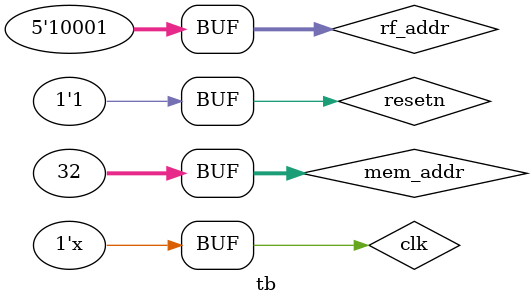
<source format=v>
`timescale 1ns / 1ps


module tb;

    // Inputs
    reg clk;
    reg resetn;
    reg [4:0] rf_addr;
    reg [31:0] mem_addr;

    // Outputs
    wire [31:0] rf_data;
    wire [31:0] mem_data;
    wire [31:0] IF_inst;
    wire [31:0] IF_pc;
    wire [31:0] ID_pc;
    wire [31:0] EXE_pc;
    wire [31:0] MEM_pc;
    wire [31:0] WB_pc;
    wire [31:0] cpu_5_valid;
    wire [31:0] HI_data;
    wire [31:0] LO_data;
    
    wire [ 63:0] IF_ID;
    wire [178:0] ID_EXE;
    wire [153:0] EXE_MEM;
    wire [117:0] MEM_WB;
    
    wire F_Over;
    wire F_Valid;
    wire D;
//    wire D1;
    wire D_Over;
    wire D_Valid;
    wire E_Over;
    wire E_Valid;
    wire M_Over;
    wire M_Valid;
    wire W_Over;
    wire W_Valid;
    wire M_lw;
    wire inst_lw;
    wire inst_sw;
    wire ID_C;
    wire [1:0] ID_Delay;
    wire [1:0] DDD;
    wire [31:0] O1;
    wire [31:0] O2;
    wire [31:0] EXE_O;
    wire [31:0] M_S;
    wire [31:0] W_S;
    wire [ 4:0] E_d;
    wire [ 4:0] M_d;
    wire [ 4:0] W_d;
    wire [ 4:0] rs;
    wire [ 4:0] rt;   
    wire [31:0] rs_value;
    wire [31:0] rt_value;

    // Instantiate the Unit Under Test (UUT)
    pipeline_cpu uut (
        .clk(clk), 
        .resetn(resetn), 
        .rf_addr(rf_addr), 
        .mem_addr(mem_addr), 
        .rf_data(rf_data), 
        .mem_data(mem_data), 
        .IF_inst(IF_inst), 
        .IF_pc(IF_pc), 
        .ID_pc(ID_pc), 
        .EXE_pc(EXE_pc), 
        .MEM_pc(MEM_pc), 
        .WB_pc(WB_pc), 
        .cpu_5_valid(cpu_5_valid),
        .HI_data(cpu_5_valid),
        .LO_data(cpu_5_valid),
        
        .IF_ID(IF_ID),
        .ID_EXE(ID_EXE),
        .EXE_MEM(EXE_MEM),
        .MEM_WB(MEM_WB),
        
        .F_Over(F_Over),
        .F_Valid(F_Valid),
        .D(D),
//        .D1(D1),
        .D_Over(D_Over),
        .D_Valid(D_Valid),
        .E_Over(E_Over),
        .E_Valid(E_Valid),
        .M_Over(M_Over),
        .M_Valid(M_Valid),
        .W_Over(W_Over),
        .W_Valid(W_Valid),
        .M_lw(M_lw),
        .inst_lw(inst_lw),
        .inst_sw(inst_sw),
        .ID_C(ID_C),
        .ID_Delay(ID_Delay),
        .DDD(DDD),
        .O1(O1),
        .O2(O2),
        .EXE_O(EXE_O),
        .M_S(M_S),
        .W_S(W_S),
        .E_d(E_d),
        .M_d(M_d),
        .W_d(W_d),
        .rs(rs),
        .rt(rt),
        .rs_value(rs_value),
        .rt_value(rt_value)
    );

    initial begin
        // Initialize Inputs
        clk = 0;
        resetn = 0;
        rf_addr = 0;
        mem_addr = 0;

        // Wait 100 ns for global reset to finish
        #100;
        resetn = 1;
        rf_addr = 3;
        #200;
        rf_addr = 17;
        mem_addr = 32;
        // Add stimulus here
    end
   always #5 clk=~clk;
endmodule


</source>
